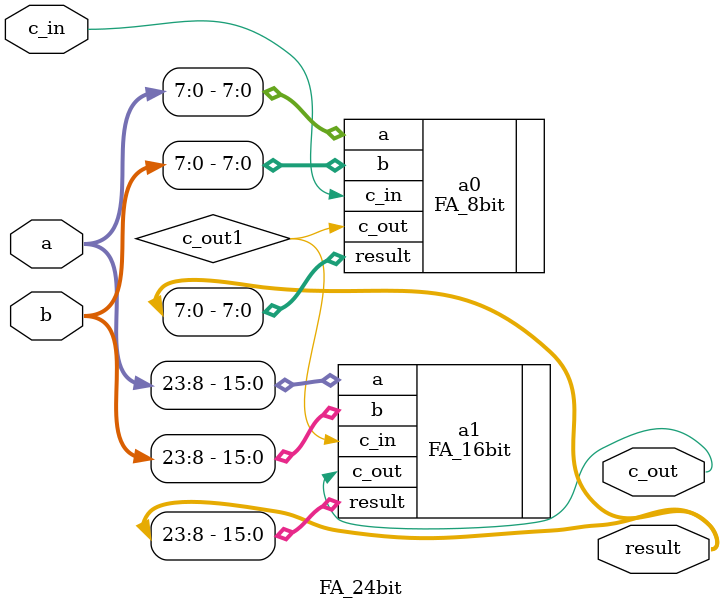
<source format=v>
module FA_24bit
(
    input [23:0] a,b,
    input c_in,
    output [23:0] result,
    output wire c_out
);
wire c_out1;
FA_8bit a0(
    .a(a[7:0]),
    .b(b[7:0]),
    .c_in(c_in),
    .result(result[7:0]),
    .c_out(c_out1)
);
FA_16bit a1(
    .a(a[23:8]),
    .b(b[23:8]),  
    .c_in(c_out1),
    .result(result[23:8]),
    .c_out(c_out)
);
endmodule
</source>
